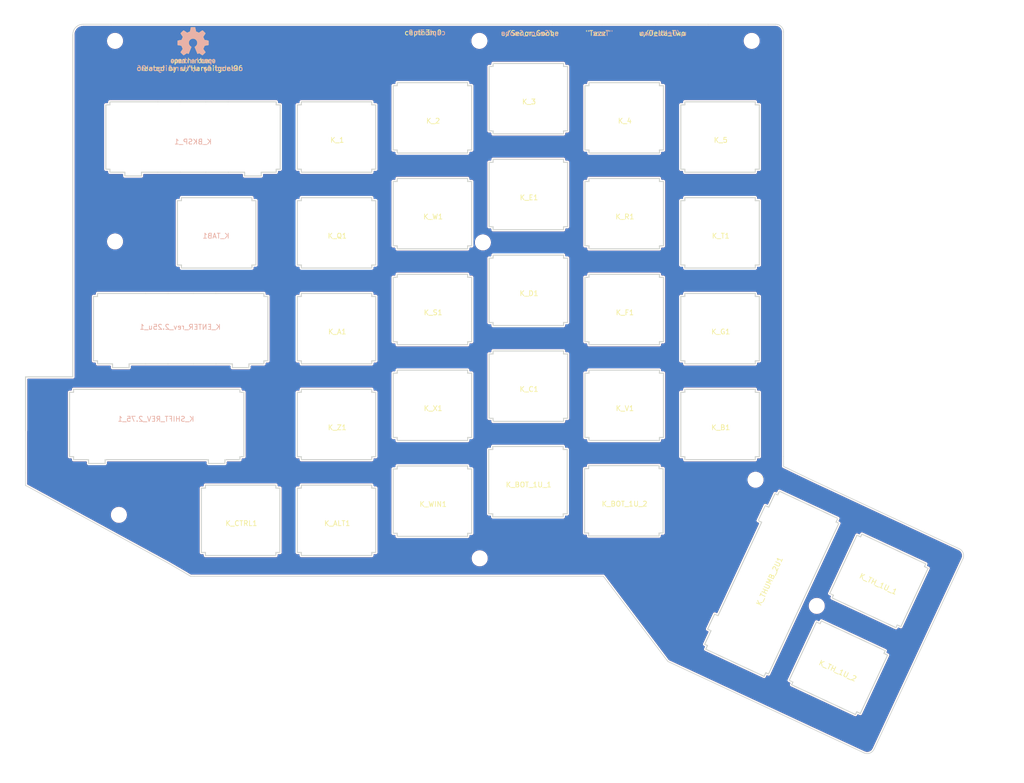
<source format=kicad_pcb>
(kicad_pcb (version 20171130) (host pcbnew "(5.1.5)-3")
  (layers (0 F.Cu signal) (31 B.Cu signal) (34 B.Paste user) (35 F.Paste user) (36 B.SilkS user) (37 F.SilkS user) (38 B.Mask user) (39 F.Mask user) (44 Edge.Cuts user))
  (net 0 "")
  (module logo_lib:OSHW-Logo2_9.8x8mm_SilkScreen (layer B.Cu) (at 55.626 21.59 180)
    (fp_text reference REF** hide)
    (fp_text value OSHW-Logo2_9.8x8mm_SilkScreen hide)
  )
  (module logo_lib:OSHW-Logo2_9.8x8mm_SilkScreen (layer F.Cu) (at 55.626 21.59)
    (fp_text reference REF** hide)
    (fp_text value OSHW-Logo2_9.8x8mm_SilkScreen hide)
  )
  (module MountingHole:MountingHole_2.7mm_M2.5 (layer F.Cu) (at 166.624 20.574)
    (fp_text reference H1 (at 0 0) (layer F.SilkS))
    (fp_text value MountingHole)
    (pad 1 np_thru_hole circle (at 0 0) (size 2.7 2.7) (drill 2.7) (layers *.Cu *.Mask))
  )
  (module MountingHole:MountingHole_2.7mm_M2.5 (layer F.Cu) (at 112.586 123.444)
    (fp_text reference H2 (at -0.064 -0.254) (layer F.SilkS))
    (fp_text value MountingHole)
    (pad 1 np_thru_hole circle (at 0 0) (size 2.7 2.7) (drill 2.7) (layers *.Cu *.Mask))
  )
  (module MountingHole:MountingHole_2.7mm_M2.5 (layer F.Cu) (at 40.894 114.808)
    (fp_text reference H3 (at 0 0) (layer F.SilkS))
    (fp_text value MountingHole)
    (pad 1 np_thru_hole circle (at 0 0) (size 2.7 2.7) (drill 2.7) (layers *.Cu *.Mask))
  )
  (module MountingHole:MountingHole_2.7mm_M2.5 (layer F.Cu) (at 113.22 60.6425)
    (fp_text reference H5 (at 0 0.0635) (layer F.SilkS))
    (fp_text value MountingHole)
    (pad 1 np_thru_hole circle (at 0 0) (size 2.7 2.7) (drill 2.7) (layers *.Cu *.Mask))
  )
  (module MountingHole:MountingHole_2.7mm_M2.5 (layer F.Cu) (at 179.553908 132.907212)
    (fp_text reference H8 (at 0 -0.065212) (layer F.SilkS))
    (fp_text value MountingHole)
    (pad 1 np_thru_hole circle (at 0 0) (size 2.7 2.7) (drill 2.7) (layers *.Cu *.Mask))
  )
  (module MountingHole:MountingHole_2.7mm_M2.5 (layer F.Cu) (at 112.522 20.574)
    (fp_text reference H9 (at 0 0) (layer F.SilkS))
    (fp_text value MountingHole)
    (pad 1 np_thru_hole circle (at 0 0) (size 2.7 2.7) (drill 2.7) (layers *.Cu *.Mask))
  )
  (module MountingHole:MountingHole_2.7mm_M2.5 (layer F.Cu) (at 40.132 60.452)
    (fp_text reference H10 (at 0 0) (layer F.SilkS))
    (fp_text value MountingHole)
    (pad 1 np_thru_hole circle (at 0 0) (size 2.7 2.7) (drill 2.7) (layers *.Cu *.Mask))
  )
  (module MountingHole:MountingHole_2.7mm_M2.5 (layer F.Cu) (at 40.132 20.574)
    (fp_text reference H11 (at 0 0) (layer F.SilkS))
    (fp_text value MountingHole)
    (pad 1 np_thru_hole circle (at 0 0) (size 2.7 2.7) (drill 2.7) (layers *.Cu *.Mask))
  )
  (module MountingHole:MountingHole_2.7mm_M2.5 (layer F.Cu) (at 167.386 107.823)
    (fp_text reference H12 (at 0 -0.127) (layer F.SilkS))
    (fp_text value MountingHole)
    (pad 1 np_thru_hole circle (at 0 0) (size 2.7 2.7) (drill 2.7) (layers *.Cu *.Mask))
  )
  (module usbc_footprint:1u_uni (layer F.Cu) (at 84.1375 39.6875)
    (fp_text reference K_1 (at 0.1374 0.612) (layer F.SilkS))
    (fp_text value KEYSW)
    (fp_line (start -7 -7) (end -7 -6.4) (layer Edge.Cuts) (width 0.2))
    (fp_line (start -7 -6.4) (end -7.8 -6.4) (layer Edge.Cuts) (width 0.2))
    (fp_line (start -7 6.4) (end -7 7) (layer Edge.Cuts) (width 0.2))
    (fp_line (start -7 7) (end 7 7) (layer Edge.Cuts) (width 0.2))
    (fp_line (start 7.8 6.4) (end 7.8 -6.4) (layer Edge.Cuts) (width 0.2))
    (fp_line (start 7.8 -6.4) (end 7 -6.4) (layer Edge.Cuts) (width 0.2))
    (fp_line (start -7.8 6.4) (end -7 6.4) (layer Edge.Cuts) (width 0.2))
    (fp_line (start -7.8 -6.4) (end -7.8 6.4) (layer Edge.Cuts) (width 0.2))
    (fp_line (start 7 6.4) (end 7.8 6.4) (layer Edge.Cuts) (width 0.2))
    (fp_line (start 7 -6.4) (end 7 -7) (layer Edge.Cuts) (width 0.2))
    (fp_line (start 7 -7) (end -7 -7) (layer Edge.Cuts) (width 0.2))
    (fp_line (start 7 7) (end 7 6.4) (layer Edge.Cuts) (width 0.2))
  )
  (module usbc_footprint:1u_uni (layer F.Cu) (at 103.188 35.8775)
    (fp_text reference K_2 (at 0.1374 0.612) (layer F.SilkS))
    (fp_text value KEYSW)
    (fp_line (start 7 7) (end 7 6.4) (layer Edge.Cuts) (width 0.2))
    (fp_line (start 7 -7) (end -7 -7) (layer Edge.Cuts) (width 0.2))
    (fp_line (start 7 -6.4) (end 7 -7) (layer Edge.Cuts) (width 0.2))
    (fp_line (start 7 6.4) (end 7.8 6.4) (layer Edge.Cuts) (width 0.2))
    (fp_line (start -7.8 -6.4) (end -7.8 6.4) (layer Edge.Cuts) (width 0.2))
    (fp_line (start -7.8 6.4) (end -7 6.4) (layer Edge.Cuts) (width 0.2))
    (fp_line (start 7.8 -6.4) (end 7 -6.4) (layer Edge.Cuts) (width 0.2))
    (fp_line (start 7.8 6.4) (end 7.8 -6.4) (layer Edge.Cuts) (width 0.2))
    (fp_line (start -7 7) (end 7 7) (layer Edge.Cuts) (width 0.2))
    (fp_line (start -7 6.4) (end -7 7) (layer Edge.Cuts) (width 0.2))
    (fp_line (start -7 -6.4) (end -7.8 -6.4) (layer Edge.Cuts) (width 0.2))
    (fp_line (start -7 -7) (end -7 -6.4) (layer Edge.Cuts) (width 0.2))
  )
  (module usbc_footprint:1u_uni (layer F.Cu) (at 122.238 32.0675)
    (fp_text reference K_3 (at 0.1374 0.612) (layer F.SilkS))
    (fp_text value KEYSW)
    (fp_line (start -7 -7) (end -7 -6.4) (layer Edge.Cuts) (width 0.2))
    (fp_line (start -7 -6.4) (end -7.8 -6.4) (layer Edge.Cuts) (width 0.2))
    (fp_line (start -7 6.4) (end -7 7) (layer Edge.Cuts) (width 0.2))
    (fp_line (start -7 7) (end 7 7) (layer Edge.Cuts) (width 0.2))
    (fp_line (start 7.8 6.4) (end 7.8 -6.4) (layer Edge.Cuts) (width 0.2))
    (fp_line (start 7.8 -6.4) (end 7 -6.4) (layer Edge.Cuts) (width 0.2))
    (fp_line (start -7.8 6.4) (end -7 6.4) (layer Edge.Cuts) (width 0.2))
    (fp_line (start -7.8 -6.4) (end -7.8 6.4) (layer Edge.Cuts) (width 0.2))
    (fp_line (start 7 6.4) (end 7.8 6.4) (layer Edge.Cuts) (width 0.2))
    (fp_line (start 7 -6.4) (end 7 -7) (layer Edge.Cuts) (width 0.2))
    (fp_line (start 7 -7) (end -7 -7) (layer Edge.Cuts) (width 0.2))
    (fp_line (start 7 7) (end 7 6.4) (layer Edge.Cuts) (width 0.2))
  )
  (module usbc_footprint:1u_uni (layer F.Cu) (at 141.288 35.8775)
    (fp_text reference K_4 (at 0.1374 0.612) (layer F.SilkS))
    (fp_text value KEYSW)
    (fp_line (start 7 7) (end 7 6.4) (layer Edge.Cuts) (width 0.2))
    (fp_line (start 7 -7) (end -7 -7) (layer Edge.Cuts) (width 0.2))
    (fp_line (start 7 -6.4) (end 7 -7) (layer Edge.Cuts) (width 0.2))
    (fp_line (start 7 6.4) (end 7.8 6.4) (layer Edge.Cuts) (width 0.2))
    (fp_line (start -7.8 -6.4) (end -7.8 6.4) (layer Edge.Cuts) (width 0.2))
    (fp_line (start -7.8 6.4) (end -7 6.4) (layer Edge.Cuts) (width 0.2))
    (fp_line (start 7.8 -6.4) (end 7 -6.4) (layer Edge.Cuts) (width 0.2))
    (fp_line (start 7.8 6.4) (end 7.8 -6.4) (layer Edge.Cuts) (width 0.2))
    (fp_line (start -7 7) (end 7 7) (layer Edge.Cuts) (width 0.2))
    (fp_line (start -7 6.4) (end -7 7) (layer Edge.Cuts) (width 0.2))
    (fp_line (start -7 -6.4) (end -7.8 -6.4) (layer Edge.Cuts) (width 0.2))
    (fp_line (start -7 -7) (end -7 -6.4) (layer Edge.Cuts) (width 0.2))
  )
  (module usbc_footprint:1u_uni (layer F.Cu) (at 160.338 39.6875)
    (fp_text reference K_5 (at 0.1374 0.612) (layer F.SilkS))
    (fp_text value KEYSW)
    (fp_line (start -7 -7) (end -7 -6.4) (layer Edge.Cuts) (width 0.2))
    (fp_line (start -7 -6.4) (end -7.8 -6.4) (layer Edge.Cuts) (width 0.2))
    (fp_line (start -7 6.4) (end -7 7) (layer Edge.Cuts) (width 0.2))
    (fp_line (start -7 7) (end 7 7) (layer Edge.Cuts) (width 0.2))
    (fp_line (start 7.8 6.4) (end 7.8 -6.4) (layer Edge.Cuts) (width 0.2))
    (fp_line (start 7.8 -6.4) (end 7 -6.4) (layer Edge.Cuts) (width 0.2))
    (fp_line (start -7.8 6.4) (end -7 6.4) (layer Edge.Cuts) (width 0.2))
    (fp_line (start -7.8 -6.4) (end -7.8 6.4) (layer Edge.Cuts) (width 0.2))
    (fp_line (start 7 6.4) (end 7.8 6.4) (layer Edge.Cuts) (width 0.2))
    (fp_line (start 7 -6.4) (end 7 -7) (layer Edge.Cuts) (width 0.2))
    (fp_line (start 7 -7) (end -7 -7) (layer Edge.Cuts) (width 0.2))
    (fp_line (start 7 7) (end 7 6.4) (layer Edge.Cuts) (width 0.2))
  )
  (module usbc_footprint:1u_uni (layer F.Cu) (at 84.1375 77.7875)
    (fp_text reference K_A1 (at 0.1374 0.612) (layer F.SilkS))
    (fp_text value KEYSW)
    (fp_line (start 7 7) (end 7 6.4) (layer Edge.Cuts) (width 0.2))
    (fp_line (start 7 -7) (end -7 -7) (layer Edge.Cuts) (width 0.2))
    (fp_line (start 7 -6.4) (end 7 -7) (layer Edge.Cuts) (width 0.2))
    (fp_line (start 7 6.4) (end 7.8 6.4) (layer Edge.Cuts) (width 0.2))
    (fp_line (start -7.8 -6.4) (end -7.8 6.4) (layer Edge.Cuts) (width 0.2))
    (fp_line (start -7.8 6.4) (end -7 6.4) (layer Edge.Cuts) (width 0.2))
    (fp_line (start 7.8 -6.4) (end 7 -6.4) (layer Edge.Cuts) (width 0.2))
    (fp_line (start 7.8 6.4) (end 7.8 -6.4) (layer Edge.Cuts) (width 0.2))
    (fp_line (start -7 7) (end 7 7) (layer Edge.Cuts) (width 0.2))
    (fp_line (start -7 6.4) (end -7 7) (layer Edge.Cuts) (width 0.2))
    (fp_line (start -7 -6.4) (end -7.8 -6.4) (layer Edge.Cuts) (width 0.2))
    (fp_line (start -7 -7) (end -7 -6.4) (layer Edge.Cuts) (width 0.2))
  )
  (module usbc_footprint:1u_uni (layer F.Cu) (at 84.1375 115.888)
    (fp_text reference K_ALT1 (at 0.1374 0.612) (layer F.SilkS))
    (fp_text value KEYSW)
    (fp_line (start 7 7) (end 7 6.4) (layer Edge.Cuts) (width 0.2))
    (fp_line (start 7 -7) (end -7 -7) (layer Edge.Cuts) (width 0.2))
    (fp_line (start 7 -6.4) (end 7 -7) (layer Edge.Cuts) (width 0.2))
    (fp_line (start 7 6.4) (end 7.8 6.4) (layer Edge.Cuts) (width 0.2))
    (fp_line (start -7.8 -6.4) (end -7.8 6.4) (layer Edge.Cuts) (width 0.2))
    (fp_line (start -7.8 6.4) (end -7 6.4) (layer Edge.Cuts) (width 0.2))
    (fp_line (start 7.8 -6.4) (end 7 -6.4) (layer Edge.Cuts) (width 0.2))
    (fp_line (start 7.8 6.4) (end 7.8 -6.4) (layer Edge.Cuts) (width 0.2))
    (fp_line (start -7 7) (end 7 7) (layer Edge.Cuts) (width 0.2))
    (fp_line (start -7 6.4) (end -7 7) (layer Edge.Cuts) (width 0.2))
    (fp_line (start -7 -6.4) (end -7.8 -6.4) (layer Edge.Cuts) (width 0.2))
    (fp_line (start -7 -7) (end -7 -6.4) (layer Edge.Cuts) (width 0.2))
  )
  (module usbc_footprint:1u_uni (layer F.Cu) (at 160.338 96.8375)
    (fp_text reference K_B1 (at 0.1374 0.612) (layer F.SilkS))
    (fp_text value KEYSW)
    (fp_line (start -7 -7) (end -7 -6.4) (layer Edge.Cuts) (width 0.2))
    (fp_line (start -7 -6.4) (end -7.8 -6.4) (layer Edge.Cuts) (width 0.2))
    (fp_line (start -7 6.4) (end -7 7) (layer Edge.Cuts) (width 0.2))
    (fp_line (start -7 7) (end 7 7) (layer Edge.Cuts) (width 0.2))
    (fp_line (start 7.8 6.4) (end 7.8 -6.4) (layer Edge.Cuts) (width 0.2))
    (fp_line (start 7.8 -6.4) (end 7 -6.4) (layer Edge.Cuts) (width 0.2))
    (fp_line (start -7.8 6.4) (end -7 6.4) (layer Edge.Cuts) (width 0.2))
    (fp_line (start -7.8 -6.4) (end -7.8 6.4) (layer Edge.Cuts) (width 0.2))
    (fp_line (start 7 6.4) (end 7.8 6.4) (layer Edge.Cuts) (width 0.2))
    (fp_line (start 7 -6.4) (end 7 -7) (layer Edge.Cuts) (width 0.2))
    (fp_line (start 7 -7) (end -7 -7) (layer Edge.Cuts) (width 0.2))
    (fp_line (start 7 7) (end 7 6.4) (layer Edge.Cuts) (width 0.2))
  )
  (module usbc_footprint:mixed_2u_uni_centered (layer B.Cu) (at 55.626 39.6875 180)
    (fp_text reference K_BKSP_1 (at 0 -0.9525) (layer B.SilkS) (effects (justify mirror)))
    (fp_text value KEYSW)
    (fp_line (start 16.524425 -6.999754) (end 16.524425 -6.399271) (layer Edge.Cuts) (width 0.2))
    (fp_line (start 6.999425 -6.999754) (end 10.249358 -6.999754) (layer Edge.Cuts) (width 0.2))
    (fp_line (start -16.525753 7.000427) (end -16.525753 6.400463) (layer Edge.Cuts) (width 0.2))
    (fp_line (start 16.524425 7.000427) (end 6.999425 7.000427) (layer Edge.Cuts) (width 0.2))
    (fp_line (start -10.250683 -7.749578) (end -10.250683 -6.999754) (layer Edge.Cuts) (width 0.2))
    (fp_line (start -16.525753 -6.999754) (end -13.550741 -6.999754) (layer Edge.Cuts) (width 0.2))
    (fp_line (start -2.525575 -6.999754) (end 2.524247 -6.999754) (layer Edge.Cuts) (width 0.2))
    (fp_line (start 2.524247 -6.999754) (end 6.999425 -6.999754) (layer Edge.Cuts) (width 0.2))
    (fp_line (start -13.550741 -6.999754) (end -13.550741 -7.749578) (layer Edge.Cuts) (width 0.2))
    (fp_line (start 13.549413 -6.999754) (end 16.524425 -6.999754) (layer Edge.Cuts) (width 0.2))
    (fp_line (start -13.550741 -7.749578) (end -10.250683 -7.749578) (layer Edge.Cuts) (width 0.2))
    (fp_line (start 2.524247 7.000427) (end -2.525575 7.000427) (layer Edge.Cuts) (width 0.2))
    (fp_line (start 17.324377 6.400463) (end 16.524425 6.400463) (layer Edge.Cuts) (width 0.2))
    (fp_line (start 13.549413 -7.749578) (end 13.549413 -6.999754) (layer Edge.Cuts) (width 0.2))
    (fp_line (start 16.524425 6.400463) (end 16.524425 7.000427) (layer Edge.Cuts) (width 0.2))
    (fp_line (start 6.999425 7.000427) (end 2.524247 7.000427) (layer Edge.Cuts) (width 0.2))
    (fp_line (start -7.000753 7.000427) (end -16.525753 7.000427) (layer Edge.Cuts) (width 0.2))
    (fp_line (start 16.524425 -6.399271) (end 17.324377 -6.399271) (layer Edge.Cuts) (width 0.2))
    (fp_line (start -10.250683 -6.999754) (end -7.000753 -6.999754) (layer Edge.Cuts) (width 0.2))
    (fp_line (start -16.525753 6.400463) (end -17.325705 6.400463) (layer Edge.Cuts) (width 0.2))
    (fp_line (start -17.325705 6.400463) (end -17.325705 -6.399271) (layer Edge.Cuts) (width 0.2))
    (fp_line (start -17.325705 -6.399271) (end -16.525753 -6.399271) (layer Edge.Cuts) (width 0.2))
    (fp_line (start -7.000753 -6.999754) (end -2.525575 -6.999754) (layer Edge.Cuts) (width 0.2))
    (fp_line (start 17.324377 -6.399271) (end 17.324377 6.400463) (layer Edge.Cuts) (width 0.2))
    (fp_line (start -16.525753 -6.399271) (end -16.525753 -6.999754) (layer Edge.Cuts) (width 0.2))
    (fp_line (start 10.249358 -6.999754) (end 10.249358 -7.749578) (layer Edge.Cuts) (width 0.2))
    (fp_line (start 10.249358 -7.749578) (end 13.549413 -7.749578) (layer Edge.Cuts) (width 0.2))
    (fp_line (start -2.525575 7.000427) (end -7.000753 7.000427) (layer Edge.Cuts) (width 0.2))
  )
  (module usbc_footprint:1u_uni (layer F.Cu) (at 122.174 108.204)
    (fp_text reference K_BOT_1U_1 (at 0.1374 0.612) (layer F.SilkS))
    (fp_text value KEYSW)
    (fp_line (start 7 7) (end 7 6.4) (layer Edge.Cuts) (width 0.2))
    (fp_line (start 7 -7) (end -7 -7) (layer Edge.Cuts) (width 0.2))
    (fp_line (start 7 -6.4) (end 7 -7) (layer Edge.Cuts) (width 0.2))
    (fp_line (start 7 6.4) (end 7.8 6.4) (layer Edge.Cuts) (width 0.2))
    (fp_line (start -7.8 -6.4) (end -7.8 6.4) (layer Edge.Cuts) (width 0.2))
    (fp_line (start -7.8 6.4) (end -7 6.4) (layer Edge.Cuts) (width 0.2))
    (fp_line (start 7.8 -6.4) (end 7 -6.4) (layer Edge.Cuts) (width 0.2))
    (fp_line (start 7.8 6.4) (end 7.8 -6.4) (layer Edge.Cuts) (width 0.2))
    (fp_line (start -7 7) (end 7 7) (layer Edge.Cuts) (width 0.2))
    (fp_line (start -7 6.4) (end -7 7) (layer Edge.Cuts) (width 0.2))
    (fp_line (start -7 -6.4) (end -7.8 -6.4) (layer Edge.Cuts) (width 0.2))
    (fp_line (start -7 -7) (end -7 -6.4) (layer Edge.Cuts) (width 0.2))
  )
  (module usbc_footprint:1u_uni (layer F.Cu) (at 141.224 112.014)
    (fp_text reference K_BOT_1U_2 (at 0.1374 0.612) (layer F.SilkS))
    (fp_text value KEYSW)
    (fp_line (start -7 -7) (end -7 -6.4) (layer Edge.Cuts) (width 0.2))
    (fp_line (start -7 -6.4) (end -7.8 -6.4) (layer Edge.Cuts) (width 0.2))
    (fp_line (start -7 6.4) (end -7 7) (layer Edge.Cuts) (width 0.2))
    (fp_line (start -7 7) (end 7 7) (layer Edge.Cuts) (width 0.2))
    (fp_line (start 7.8 6.4) (end 7.8 -6.4) (layer Edge.Cuts) (width 0.2))
    (fp_line (start 7.8 -6.4) (end 7 -6.4) (layer Edge.Cuts) (width 0.2))
    (fp_line (start -7.8 6.4) (end -7 6.4) (layer Edge.Cuts) (width 0.2))
    (fp_line (start -7.8 -6.4) (end -7.8 6.4) (layer Edge.Cuts) (width 0.2))
    (fp_line (start 7 6.4) (end 7.8 6.4) (layer Edge.Cuts) (width 0.2))
    (fp_line (start 7 -6.4) (end 7 -7) (layer Edge.Cuts) (width 0.2))
    (fp_line (start 7 -7) (end -7 -7) (layer Edge.Cuts) (width 0.2))
    (fp_line (start 7 7) (end 7 6.4) (layer Edge.Cuts) (width 0.2))
  )
  (module usbc_footprint:1u_uni (layer F.Cu) (at 122.238 89.2175)
    (fp_text reference K_C1 (at 0.1374 0.612) (layer F.SilkS))
    (fp_text value KEYSW)
    (fp_line (start -7 -7) (end -7 -6.4) (layer Edge.Cuts) (width 0.2))
    (fp_line (start -7 -6.4) (end -7.8 -6.4) (layer Edge.Cuts) (width 0.2))
    (fp_line (start -7 6.4) (end -7 7) (layer Edge.Cuts) (width 0.2))
    (fp_line (start -7 7) (end 7 7) (layer Edge.Cuts) (width 0.2))
    (fp_line (start 7.8 6.4) (end 7.8 -6.4) (layer Edge.Cuts) (width 0.2))
    (fp_line (start 7.8 -6.4) (end 7 -6.4) (layer Edge.Cuts) (width 0.2))
    (fp_line (start -7.8 6.4) (end -7 6.4) (layer Edge.Cuts) (width 0.2))
    (fp_line (start -7.8 -6.4) (end -7.8 6.4) (layer Edge.Cuts) (width 0.2))
    (fp_line (start 7 6.4) (end 7.8 6.4) (layer Edge.Cuts) (width 0.2))
    (fp_line (start 7 -6.4) (end 7 -7) (layer Edge.Cuts) (width 0.2))
    (fp_line (start 7 -7) (end -7 -7) (layer Edge.Cuts) (width 0.2))
    (fp_line (start 7 7) (end 7 6.4) (layer Edge.Cuts) (width 0.2))
  )
  (module usbc_footprint:1u_uni (layer F.Cu) (at 65.0875 115.888)
    (fp_text reference K_CTRL1 (at 0.1374 0.612) (layer F.SilkS))
    (fp_text value KEYSW)
    (fp_line (start 7 7) (end 7 6.4) (layer Edge.Cuts) (width 0.2))
    (fp_line (start 7 -7) (end -7 -7) (layer Edge.Cuts) (width 0.2))
    (fp_line (start 7 -6.4) (end 7 -7) (layer Edge.Cuts) (width 0.2))
    (fp_line (start 7 6.4) (end 7.8 6.4) (layer Edge.Cuts) (width 0.2))
    (fp_line (start -7.8 -6.4) (end -7.8 6.4) (layer Edge.Cuts) (width 0.2))
    (fp_line (start -7.8 6.4) (end -7 6.4) (layer Edge.Cuts) (width 0.2))
    (fp_line (start 7.8 -6.4) (end 7 -6.4) (layer Edge.Cuts) (width 0.2))
    (fp_line (start 7.8 6.4) (end 7.8 -6.4) (layer Edge.Cuts) (width 0.2))
    (fp_line (start -7 7) (end 7 7) (layer Edge.Cuts) (width 0.2))
    (fp_line (start -7 6.4) (end -7 7) (layer Edge.Cuts) (width 0.2))
    (fp_line (start -7 -6.4) (end -7.8 -6.4) (layer Edge.Cuts) (width 0.2))
    (fp_line (start -7 -7) (end -7 -6.4) (layer Edge.Cuts) (width 0.2))
  )
  (module usbc_footprint:1u_uni (layer F.Cu) (at 122.238 70.1675)
    (fp_text reference K_D1 (at 0.1374 0.612) (layer F.SilkS))
    (fp_text value KEYSW)
    (fp_line (start 7 7) (end 7 6.4) (layer Edge.Cuts) (width 0.2))
    (fp_line (start 7 -7) (end -7 -7) (layer Edge.Cuts) (width 0.2))
    (fp_line (start 7 -6.4) (end 7 -7) (layer Edge.Cuts) (width 0.2))
    (fp_line (start 7 6.4) (end 7.8 6.4) (layer Edge.Cuts) (width 0.2))
    (fp_line (start -7.8 -6.4) (end -7.8 6.4) (layer Edge.Cuts) (width 0.2))
    (fp_line (start -7.8 6.4) (end -7 6.4) (layer Edge.Cuts) (width 0.2))
    (fp_line (start 7.8 -6.4) (end 7 -6.4) (layer Edge.Cuts) (width 0.2))
    (fp_line (start 7.8 6.4) (end 7.8 -6.4) (layer Edge.Cuts) (width 0.2))
    (fp_line (start -7 7) (end 7 7) (layer Edge.Cuts) (width 0.2))
    (fp_line (start -7 6.4) (end -7 7) (layer Edge.Cuts) (width 0.2))
    (fp_line (start -7 -6.4) (end -7.8 -6.4) (layer Edge.Cuts) (width 0.2))
    (fp_line (start -7 -7) (end -7 -6.4) (layer Edge.Cuts) (width 0.2))
  )
  (module usbc_footprint:1u_uni (layer F.Cu) (at 122.238 51.1175)
    (fp_text reference K_E1 (at 0.1374 0.612) (layer F.SilkS))
    (fp_text value KEYSW)
    (fp_line (start 7 7) (end 7 6.4) (layer Edge.Cuts) (width 0.2))
    (fp_line (start 7 -7) (end -7 -7) (layer Edge.Cuts) (width 0.2))
    (fp_line (start 7 -6.4) (end 7 -7) (layer Edge.Cuts) (width 0.2))
    (fp_line (start 7 6.4) (end 7.8 6.4) (layer Edge.Cuts) (width 0.2))
    (fp_line (start -7.8 -6.4) (end -7.8 6.4) (layer Edge.Cuts) (width 0.2))
    (fp_line (start -7.8 6.4) (end -7 6.4) (layer Edge.Cuts) (width 0.2))
    (fp_line (start 7.8 -6.4) (end 7 -6.4) (layer Edge.Cuts) (width 0.2))
    (fp_line (start 7.8 6.4) (end 7.8 -6.4) (layer Edge.Cuts) (width 0.2))
    (fp_line (start -7 7) (end 7 7) (layer Edge.Cuts) (width 0.2))
    (fp_line (start -7 6.4) (end -7 7) (layer Edge.Cuts) (width 0.2))
    (fp_line (start -7 -6.4) (end -7.8 -6.4) (layer Edge.Cuts) (width 0.2))
    (fp_line (start -7 -7) (end -7 -6.4) (layer Edge.Cuts) (width 0.2))
  )
  (module usbc_footprint:mixed_2u_uni_centered (layer B.Cu) (at 53.1812 77.7875 180)
    (fp_text reference K_ENTER_rev_2.25u_1 (at 0.116025 0.3175) (layer B.SilkS) (effects (justify mirror)))
    (fp_text value KEYSW)
    (fp_line (start 16.524425 -6.999754) (end 16.524425 -6.399271) (layer Edge.Cuts) (width 0.2))
    (fp_line (start 6.999425 -6.999754) (end 10.249358 -6.999754) (layer Edge.Cuts) (width 0.2))
    (fp_line (start -16.525753 7.000427) (end -16.525753 6.400463) (layer Edge.Cuts) (width 0.2))
    (fp_line (start 16.524425 7.000427) (end 6.999425 7.000427) (layer Edge.Cuts) (width 0.2))
    (fp_line (start -10.250683 -7.749578) (end -10.250683 -6.999754) (layer Edge.Cuts) (width 0.2))
    (fp_line (start -16.525753 -6.999754) (end -13.550741 -6.999754) (layer Edge.Cuts) (width 0.2))
    (fp_line (start -2.525575 -6.999754) (end 2.524247 -6.999754) (layer Edge.Cuts) (width 0.2))
    (fp_line (start 2.524247 -6.999754) (end 6.999425 -6.999754) (layer Edge.Cuts) (width 0.2))
    (fp_line (start -13.550741 -6.999754) (end -13.550741 -7.749578) (layer Edge.Cuts) (width 0.2))
    (fp_line (start 13.549413 -6.999754) (end 16.524425 -6.999754) (layer Edge.Cuts) (width 0.2))
    (fp_line (start -13.550741 -7.749578) (end -10.250683 -7.749578) (layer Edge.Cuts) (width 0.2))
    (fp_line (start 2.524247 7.000427) (end -2.525575 7.000427) (layer Edge.Cuts) (width 0.2))
    (fp_line (start 17.324377 6.400463) (end 16.524425 6.400463) (layer Edge.Cuts) (width 0.2))
    (fp_line (start 13.549413 -7.749578) (end 13.549413 -6.999754) (layer Edge.Cuts) (width 0.2))
    (fp_line (start 16.524425 6.400463) (end 16.524425 7.000427) (layer Edge.Cuts) (width 0.2))
    (fp_line (start 6.999425 7.000427) (end 2.524247 7.000427) (layer Edge.Cuts) (width 0.2))
    (fp_line (start -7.000753 7.000427) (end -16.525753 7.000427) (layer Edge.Cuts) (width 0.2))
    (fp_line (start 16.524425 -6.399271) (end 17.324377 -6.399271) (layer Edge.Cuts) (width 0.2))
    (fp_line (start -10.250683 -6.999754) (end -7.000753 -6.999754) (layer Edge.Cuts) (width 0.2))
    (fp_line (start -16.525753 6.400463) (end -17.325705 6.400463) (layer Edge.Cuts) (width 0.2))
    (fp_line (start -17.325705 6.400463) (end -17.325705 -6.399271) (layer Edge.Cuts) (width 0.2))
    (fp_line (start -17.325705 -6.399271) (end -16.525753 -6.399271) (layer Edge.Cuts) (width 0.2))
    (fp_line (start -7.000753 -6.999754) (end -2.525575 -6.999754) (layer Edge.Cuts) (width 0.2))
    (fp_line (start 17.324377 -6.399271) (end 17.324377 6.400463) (layer Edge.Cuts) (width 0.2))
    (fp_line (start -16.525753 -6.399271) (end -16.525753 -6.999754) (layer Edge.Cuts) (width 0.2))
    (fp_line (start 10.249358 -6.999754) (end 10.249358 -7.749578) (layer Edge.Cuts) (width 0.2))
    (fp_line (start 10.249358 -7.749578) (end 13.549413 -7.749578) (layer Edge.Cuts) (width 0.2))
    (fp_line (start -2.525575 7.000427) (end -7.000753 7.000427) (layer Edge.Cuts) (width 0.2))
  )
  (module usbc_footprint:1u_uni (layer F.Cu) (at 141.288 73.9775)
    (fp_text reference K_F1 (at 0.1374 0.612) (layer F.SilkS))
    (fp_text value KEYSW)
    (fp_line (start -7 -7) (end -7 -6.4) (layer Edge.Cuts) (width 0.2))
    (fp_line (start -7 -6.4) (end -7.8 -6.4) (layer Edge.Cuts) (width 0.2))
    (fp_line (start -7 6.4) (end -7 7) (layer Edge.Cuts) (width 0.2))
    (fp_line (start -7 7) (end 7 7) (layer Edge.Cuts) (width 0.2))
    (fp_line (start 7.8 6.4) (end 7.8 -6.4) (layer Edge.Cuts) (width 0.2))
    (fp_line (start 7.8 -6.4) (end 7 -6.4) (layer Edge.Cuts) (width 0.2))
    (fp_line (start -7.8 6.4) (end -7 6.4) (layer Edge.Cuts) (width 0.2))
    (fp_line (start -7.8 -6.4) (end -7.8 6.4) (layer Edge.Cuts) (width 0.2))
    (fp_line (start 7 6.4) (end 7.8 6.4) (layer Edge.Cuts) (width 0.2))
    (fp_line (start 7 -6.4) (end 7 -7) (layer Edge.Cuts) (width 0.2))
    (fp_line (start 7 -7) (end -7 -7) (layer Edge.Cuts) (width 0.2))
    (fp_line (start 7 7) (end 7 6.4) (layer Edge.Cuts) (width 0.2))
  )
  (module usbc_footprint:1u_uni (layer F.Cu) (at 160.338 77.7875)
    (fp_text reference K_G1 (at 0.1374 0.612) (layer F.SilkS))
    (fp_text value KEYSW)
    (fp_line (start 7 7) (end 7 6.4) (layer Edge.Cuts) (width 0.2))
    (fp_line (start 7 -7) (end -7 -7) (layer Edge.Cuts) (width 0.2))
    (fp_line (start 7 -6.4) (end 7 -7) (layer Edge.Cuts) (width 0.2))
    (fp_line (start 7 6.4) (end 7.8 6.4) (layer Edge.Cuts) (width 0.2))
    (fp_line (start -7.8 -6.4) (end -7.8 6.4) (layer Edge.Cuts) (width 0.2))
    (fp_line (start -7.8 6.4) (end -7 6.4) (layer Edge.Cuts) (width 0.2))
    (fp_line (start 7.8 -6.4) (end 7 -6.4) (layer Edge.Cuts) (width 0.2))
    (fp_line (start 7.8 6.4) (end 7.8 -6.4) (layer Edge.Cuts) (width 0.2))
    (fp_line (start -7 7) (end 7 7) (layer Edge.Cuts) (width 0.2))
    (fp_line (start -7 6.4) (end -7 7) (layer Edge.Cuts) (width 0.2))
    (fp_line (start -7 -6.4) (end -7.8 -6.4) (layer Edge.Cuts) (width 0.2))
    (fp_line (start -7 -7) (end -7 -6.4) (layer Edge.Cuts) (width 0.2))
  )
  (module usbc_footprint:1u_uni (layer F.Cu) (at 84.1375 58.7375)
    (fp_text reference K_Q1 (at 0.1374 0.612) (layer F.SilkS))
    (fp_text value KEYSW)
    (fp_line (start 7 7) (end 7 6.4) (layer Edge.Cuts) (width 0.2))
    (fp_line (start 7 -7) (end -7 -7) (layer Edge.Cuts) (width 0.2))
    (fp_line (start 7 -6.4) (end 7 -7) (layer Edge.Cuts) (width 0.2))
    (fp_line (start 7 6.4) (end 7.8 6.4) (layer Edge.Cuts) (width 0.2))
    (fp_line (start -7.8 -6.4) (end -7.8 6.4) (layer Edge.Cuts) (width 0.2))
    (fp_line (start -7.8 6.4) (end -7 6.4) (layer Edge.Cuts) (width 0.2))
    (fp_line (start 7.8 -6.4) (end 7 -6.4) (layer Edge.Cuts) (width 0.2))
    (fp_line (start 7.8 6.4) (end 7.8 -6.4) (layer Edge.Cuts) (width 0.2))
    (fp_line (start -7 7) (end 7 7) (layer Edge.Cuts) (width 0.2))
    (fp_line (start -7 6.4) (end -7 7) (layer Edge.Cuts) (width 0.2))
    (fp_line (start -7 -6.4) (end -7.8 -6.4) (layer Edge.Cuts) (width 0.2))
    (fp_line (start -7 -7) (end -7 -6.4) (layer Edge.Cuts) (width 0.2))
  )
  (module usbc_footprint:1u_uni (layer F.Cu) (at 141.288 54.9275)
    (fp_text reference K_R1 (at 0.1374 0.612) (layer F.SilkS))
    (fp_text value KEYSW)
    (fp_line (start -7 -7) (end -7 -6.4) (layer Edge.Cuts) (width 0.2))
    (fp_line (start -7 -6.4) (end -7.8 -6.4) (layer Edge.Cuts) (width 0.2))
    (fp_line (start -7 6.4) (end -7 7) (layer Edge.Cuts) (width 0.2))
    (fp_line (start -7 7) (end 7 7) (layer Edge.Cuts) (width 0.2))
    (fp_line (start 7.8 6.4) (end 7.8 -6.4) (layer Edge.Cuts) (width 0.2))
    (fp_line (start 7.8 -6.4) (end 7 -6.4) (layer Edge.Cuts) (width 0.2))
    (fp_line (start -7.8 6.4) (end -7 6.4) (layer Edge.Cuts) (width 0.2))
    (fp_line (start -7.8 -6.4) (end -7.8 6.4) (layer Edge.Cuts) (width 0.2))
    (fp_line (start 7 6.4) (end 7.8 6.4) (layer Edge.Cuts) (width 0.2))
    (fp_line (start 7 -6.4) (end 7 -7) (layer Edge.Cuts) (width 0.2))
    (fp_line (start 7 -7) (end -7 -7) (layer Edge.Cuts) (width 0.2))
    (fp_line (start 7 7) (end 7 6.4) (layer Edge.Cuts) (width 0.2))
  )
  (module usbc_footprint:1u_uni (layer F.Cu) (at 103.188 73.9775)
    (fp_text reference K_S1 (at 0.1374 0.612) (layer F.SilkS))
    (fp_text value KEYSW)
    (fp_line (start -7 -7) (end -7 -6.4) (layer Edge.Cuts) (width 0.2))
    (fp_line (start -7 -6.4) (end -7.8 -6.4) (layer Edge.Cuts) (width 0.2))
    (fp_line (start -7 6.4) (end -7 7) (layer Edge.Cuts) (width 0.2))
    (fp_line (start -7 7) (end 7 7) (layer Edge.Cuts) (width 0.2))
    (fp_line (start 7.8 6.4) (end 7.8 -6.4) (layer Edge.Cuts) (width 0.2))
    (fp_line (start 7.8 -6.4) (end 7 -6.4) (layer Edge.Cuts) (width 0.2))
    (fp_line (start -7.8 6.4) (end -7 6.4) (layer Edge.Cuts) (width 0.2))
    (fp_line (start -7.8 -6.4) (end -7.8 6.4) (layer Edge.Cuts) (width 0.2))
    (fp_line (start 7 6.4) (end 7.8 6.4) (layer Edge.Cuts) (width 0.2))
    (fp_line (start 7 -6.4) (end 7 -7) (layer Edge.Cuts) (width 0.2))
    (fp_line (start 7 -7) (end -7 -7) (layer Edge.Cuts) (width 0.2))
    (fp_line (start 7 7) (end 7 6.4) (layer Edge.Cuts) (width 0.2))
  )
  (module usbc_footprint:mixed_2u_uni_centered (layer B.Cu) (at 48.4188 96.8375 180)
    (fp_text reference K_SHIFT_REV_2.75_1 (at 0.1588 1.0795) (layer B.SilkS) (effects (justify mirror)))
    (fp_text value KEYSW)
    (fp_line (start -2.525575 7.000427) (end -7.000753 7.000427) (layer Edge.Cuts) (width 0.2))
    (fp_line (start 10.249358 -7.749578) (end 13.549413 -7.749578) (layer Edge.Cuts) (width 0.2))
    (fp_line (start 10.249358 -6.999754) (end 10.249358 -7.749578) (layer Edge.Cuts) (width 0.2))
    (fp_line (start -16.525753 -6.399271) (end -16.525753 -6.999754) (layer Edge.Cuts) (width 0.2))
    (fp_line (start 17.324377 -6.399271) (end 17.324377 6.400463) (layer Edge.Cuts) (width 0.2))
    (fp_line (start -7.000753 -6.999754) (end -2.525575 -6.999754) (layer Edge.Cuts) (width 0.2))
    (fp_line (start -17.325705 -6.399271) (end -16.525753 -6.399271) (layer Edge.Cuts) (width 0.2))
    (fp_line (start -17.325705 6.400463) (end -17.325705 -6.399271) (layer Edge.Cuts) (width 0.2))
    (fp_line (start -16.525753 6.400463) (end -17.325705 6.400463) (layer Edge.Cuts) (width 0.2))
    (fp_line (start -10.250683 -6.999754) (end -7.000753 -6.999754) (layer Edge.Cuts) (width 0.2))
    (fp_line (start 16.524425 -6.399271) (end 17.324377 -6.399271) (layer Edge.Cuts) (width 0.2))
    (fp_line (start -7.000753 7.000427) (end -16.525753 7.000427) (layer Edge.Cuts) (width 0.2))
    (fp_line (start 6.999425 7.000427) (end 2.524247 7.000427) (layer Edge.Cuts) (width 0.2))
    (fp_line (start 16.524425 6.400463) (end 16.524425 7.000427) (layer Edge.Cuts) (width 0.2))
    (fp_line (start 13.549413 -7.749578) (end 13.549413 -6.999754) (layer Edge.Cuts) (width 0.2))
    (fp_line (start 17.324377 6.400463) (end 16.524425 6.400463) (layer Edge.Cuts) (width 0.2))
    (fp_line (start 2.524247 7.000427) (end -2.525575 7.000427) (layer Edge.Cuts) (width 0.2))
    (fp_line (start -13.550741 -7.749578) (end -10.250683 -7.749578) (layer Edge.Cuts) (width 0.2))
    (fp_line (start 13.549413 -6.999754) (end 16.524425 -6.999754) (layer Edge.Cuts) (width 0.2))
    (fp_line (start -13.550741 -6.999754) (end -13.550741 -7.749578) (layer Edge.Cuts) (width 0.2))
    (fp_line (start 2.524247 -6.999754) (end 6.999425 -6.999754) (layer Edge.Cuts) (width 0.2))
    (fp_line (start -2.525575 -6.999754) (end 2.524247 -6.999754) (layer Edge.Cuts) (width 0.2))
    (fp_line (start -16.525753 -6.999754) (end -13.550741 -6.999754) (layer Edge.Cuts) (width 0.2))
    (fp_line (start -10.250683 -7.749578) (end -10.250683 -6.999754) (layer Edge.Cuts) (width 0.2))
    (fp_line (start 16.524425 7.000427) (end 6.999425 7.000427) (layer Edge.Cuts) (width 0.2))
    (fp_line (start -16.525753 7.000427) (end -16.525753 6.400463) (layer Edge.Cuts) (width 0.2))
    (fp_line (start 6.999425 -6.999754) (end 10.249358 -6.999754) (layer Edge.Cuts) (width 0.2))
    (fp_line (start 16.524425 -6.999754) (end 16.524425 -6.399271) (layer Edge.Cuts) (width 0.2))
  )
  (module usbc_footprint:1u_uni (layer F.Cu) (at 160.338 58.7375)
    (fp_text reference K_T1 (at 0.1374 0.612) (layer F.SilkS))
    (fp_text value KEYSW)
    (fp_line (start -7 -7) (end -7 -6.4) (layer Edge.Cuts) (width 0.2))
    (fp_line (start -7 -6.4) (end -7.8 -6.4) (layer Edge.Cuts) (width 0.2))
    (fp_line (start -7 6.4) (end -7 7) (layer Edge.Cuts) (width 0.2))
    (fp_line (start -7 7) (end 7 7) (layer Edge.Cuts) (width 0.2))
    (fp_line (start 7.8 6.4) (end 7.8 -6.4) (layer Edge.Cuts) (width 0.2))
    (fp_line (start 7.8 -6.4) (end 7 -6.4) (layer Edge.Cuts) (width 0.2))
    (fp_line (start -7.8 6.4) (end -7 6.4) (layer Edge.Cuts) (width 0.2))
    (fp_line (start -7.8 -6.4) (end -7.8 6.4) (layer Edge.Cuts) (width 0.2))
    (fp_line (start 7 6.4) (end 7.8 6.4) (layer Edge.Cuts) (width 0.2))
    (fp_line (start 7 -6.4) (end 7 -7) (layer Edge.Cuts) (width 0.2))
    (fp_line (start 7 -7) (end -7 -7) (layer Edge.Cuts) (width 0.2))
    (fp_line (start 7 7) (end 7 6.4) (layer Edge.Cuts) (width 0.2))
  )
  (module usbc_footprint:1u_uni (layer B.Cu) (at 60.325 58.7375 180)
    (fp_text reference K_TAB1 (at 0.1374 -0.612) (layer B.SilkS) (effects (justify mirror)))
    (fp_text value KEYSW)
    (fp_line (start -7 7) (end -7 6.4) (layer Edge.Cuts) (width 0.2))
    (fp_line (start -7 6.4) (end -7.8 6.4) (layer Edge.Cuts) (width 0.2))
    (fp_line (start -7 -6.4) (end -7 -7) (layer Edge.Cuts) (width 0.2))
    (fp_line (start -7 -7) (end 7 -7) (layer Edge.Cuts) (width 0.2))
    (fp_line (start 7.8 -6.4) (end 7.8 6.4) (layer Edge.Cuts) (width 0.2))
    (fp_line (start 7.8 6.4) (end 7 6.4) (layer Edge.Cuts) (width 0.2))
    (fp_line (start -7.8 -6.4) (end -7 -6.4) (layer Edge.Cuts) (width 0.2))
    (fp_line (start -7.8 6.4) (end -7.8 -6.4) (layer Edge.Cuts) (width 0.2))
    (fp_line (start 7 -6.4) (end 7.8 -6.4) (layer Edge.Cuts) (width 0.2))
    (fp_line (start 7 6.4) (end 7 7) (layer Edge.Cuts) (width 0.2))
    (fp_line (start 7 7) (end -7 7) (layer Edge.Cuts) (width 0.2))
    (fp_line (start 7 -7) (end 7 -6.4) (layer Edge.Cuts) (width 0.2))
  )
  (module usbc_footprint:1u_uni (layer F.Cu) (at 191.901908 127.935212 335)
    (fp_text reference K_TH_1U_1 (at 0.1374 0.612 155) (layer F.SilkS))
    (fp_text value KEYSW)
    (fp_line (start 7 7) (end 7 6.4) (layer Edge.Cuts) (width 0.2))
    (fp_line (start 7 -7) (end -7 -7) (layer Edge.Cuts) (width 0.2))
    (fp_line (start 7 -6.4) (end 7 -7) (layer Edge.Cuts) (width 0.2))
    (fp_line (start 7 6.4) (end 7.8 6.4) (layer Edge.Cuts) (width 0.2))
    (fp_line (start -7.8 -6.4) (end -7.8 6.4) (layer Edge.Cuts) (width 0.2))
    (fp_line (start -7.8 6.4) (end -7 6.4) (layer Edge.Cuts) (width 0.2))
    (fp_line (start 7.8 -6.4) (end 7 -6.4) (layer Edge.Cuts) (width 0.2))
    (fp_line (start 7.8 6.4) (end 7.8 -6.4) (layer Edge.Cuts) (width 0.2))
    (fp_line (start -7 7) (end 7 7) (layer Edge.Cuts) (width 0.2))
    (fp_line (start -7 6.4) (end -7 7) (layer Edge.Cuts) (width 0.2))
    (fp_line (start -7 -6.4) (end -7.8 -6.4) (layer Edge.Cuts) (width 0.2))
    (fp_line (start -7 -7) (end -7 -6.4) (layer Edge.Cuts) (width 0.2))
  )
  (module usbc_footprint:1u_uni (layer F.Cu) (at 183.851908 145.200212 335)
    (fp_text reference K_TH_1U_2 (at 0.1374 0.612 155) (layer F.SilkS))
    (fp_text value KEYSW)
    (fp_line (start -7 -7) (end -7 -6.4) (layer Edge.Cuts) (width 0.2))
    (fp_line (start -7 -6.4) (end -7.8 -6.4) (layer Edge.Cuts) (width 0.2))
    (fp_line (start -7 6.4) (end -7 7) (layer Edge.Cuts) (width 0.2))
    (fp_line (start -7 7) (end 7 7) (layer Edge.Cuts) (width 0.2))
    (fp_line (start 7.8 6.4) (end 7.8 -6.4) (layer Edge.Cuts) (width 0.2))
    (fp_line (start 7.8 -6.4) (end 7 -6.4) (layer Edge.Cuts) (width 0.2))
    (fp_line (start -7.8 6.4) (end -7 6.4) (layer Edge.Cuts) (width 0.2))
    (fp_line (start -7.8 -6.4) (end -7.8 6.4) (layer Edge.Cuts) (width 0.2))
    (fp_line (start 7 6.4) (end 7.8 6.4) (layer Edge.Cuts) (width 0.2))
    (fp_line (start 7 -6.4) (end 7 -7) (layer Edge.Cuts) (width 0.2))
    (fp_line (start 7 -7) (end -7 -7) (layer Edge.Cuts) (width 0.2))
    (fp_line (start 7 7) (end 7 6.4) (layer Edge.Cuts) (width 0.2))
  )
  (module usbc_footprint:mixed_2u_uni_centered (layer F.Cu) (at 170.611908 128.516212 245)
    (fp_text reference K_THUMB_2U1 (at -0.270814 0.60284 65) (layer F.SilkS))
    (fp_text value KEYSW)
    (fp_line (start -2.525575 -7.000427) (end -7.000753 -7.000427) (layer Edge.Cuts) (width 0.2))
    (fp_line (start 10.249358 7.749578) (end 13.549413 7.749578) (layer Edge.Cuts) (width 0.2))
    (fp_line (start 10.249358 6.999754) (end 10.249358 7.749578) (layer Edge.Cuts) (width 0.2))
    (fp_line (start -16.525753 6.399271) (end -16.525753 6.999754) (layer Edge.Cuts) (width 0.2))
    (fp_line (start 17.324377 6.399271) (end 17.324377 -6.400463) (layer Edge.Cuts) (width 0.2))
    (fp_line (start -7.000753 6.999754) (end -2.525575 6.999754) (layer Edge.Cuts) (width 0.2))
    (fp_line (start -17.325705 6.399271) (end -16.525753 6.399271) (layer Edge.Cuts) (width 0.2))
    (fp_line (start -17.325705 -6.400463) (end -17.325705 6.399271) (layer Edge.Cuts) (width 0.2))
    (fp_line (start -16.525753 -6.400463) (end -17.325705 -6.400463) (layer Edge.Cuts) (width 0.2))
    (fp_line (start -10.250683 6.999754) (end -7.000753 6.999754) (layer Edge.Cuts) (width 0.2))
    (fp_line (start 16.524425 6.399271) (end 17.324377 6.399271) (layer Edge.Cuts) (width 0.2))
    (fp_line (start -7.000753 -7.000427) (end -16.525753 -7.000427) (layer Edge.Cuts) (width 0.2))
    (fp_line (start 6.999425 -7.000427) (end 2.524247 -7.000427) (layer Edge.Cuts) (width 0.2))
    (fp_line (start 16.524425 -6.400463) (end 16.524425 -7.000427) (layer Edge.Cuts) (width 0.2))
    (fp_line (start 13.549413 7.749578) (end 13.549413 6.999754) (layer Edge.Cuts) (width 0.2))
    (fp_line (start 17.324377 -6.400463) (end 16.524425 -6.400463) (layer Edge.Cuts) (width 0.2))
    (fp_line (start 2.524247 -7.000427) (end -2.525575 -7.000427) (layer Edge.Cuts) (width 0.2))
    (fp_line (start -13.550741 7.749578) (end -10.250683 7.749578) (layer Edge.Cuts) (width 0.2))
    (fp_line (start 13.549413 6.999754) (end 16.524425 6.999754) (layer Edge.Cuts) (width 0.2))
    (fp_line (start -13.550741 6.999754) (end -13.550741 7.749578) (layer Edge.Cuts) (width 0.2))
    (fp_line (start 2.524247 6.999754) (end 6.999425 6.999754) (layer Edge.Cuts) (width 0.2))
    (fp_line (start -2.525575 6.999754) (end 2.524247 6.999754) (layer Edge.Cuts) (width 0.2))
    (fp_line (start -16.525753 6.999754) (end -13.550741 6.999754) (layer Edge.Cuts) (width 0.2))
    (fp_line (start -10.250683 7.749578) (end -10.250683 6.999754) (layer Edge.Cuts) (width 0.2))
    (fp_line (start 16.524425 -7.000427) (end 6.999425 -7.000427) (layer Edge.Cuts) (width 0.2))
    (fp_line (start -16.525753 -7.000427) (end -16.525753 -6.400463) (layer Edge.Cuts) (width 0.2))
    (fp_line (start 6.999425 6.999754) (end 10.249358 6.999754) (layer Edge.Cuts) (width 0.2))
    (fp_line (start 16.524425 6.999754) (end 16.524425 6.399271) (layer Edge.Cuts) (width 0.2))
  )
  (module usbc_footprint:1u_uni (layer F.Cu) (at 141.288 93.0275)
    (fp_text reference K_V1 (at 0.1374 0.612) (layer F.SilkS))
    (fp_text value KEYSW)
    (fp_line (start 7 7) (end 7 6.4) (layer Edge.Cuts) (width 0.2))
    (fp_line (start 7 -7) (end -7 -7) (layer Edge.Cuts) (width 0.2))
    (fp_line (start 7 -6.4) (end 7 -7) (layer Edge.Cuts) (width 0.2))
    (fp_line (start 7 6.4) (end 7.8 6.4) (layer Edge.Cuts) (width 0.2))
    (fp_line (start -7.8 -6.4) (end -7.8 6.4) (layer Edge.Cuts) (width 0.2))
    (fp_line (start -7.8 6.4) (end -7 6.4) (layer Edge.Cuts) (width 0.2))
    (fp_line (start 7.8 -6.4) (end 7 -6.4) (layer Edge.Cuts) (width 0.2))
    (fp_line (start 7.8 6.4) (end 7.8 -6.4) (layer Edge.Cuts) (width 0.2))
    (fp_line (start -7 7) (end 7 7) (layer Edge.Cuts) (width 0.2))
    (fp_line (start -7 6.4) (end -7 7) (layer Edge.Cuts) (width 0.2))
    (fp_line (start -7 -6.4) (end -7.8 -6.4) (layer Edge.Cuts) (width 0.2))
    (fp_line (start -7 -7) (end -7 -6.4) (layer Edge.Cuts) (width 0.2))
  )
  (module usbc_footprint:1u_uni (layer F.Cu) (at 103.188 54.9275)
    (fp_text reference K_W1 (at 0.1374 0.612) (layer F.SilkS))
    (fp_text value KEYSW)
    (fp_line (start 7 7) (end 7 6.4) (layer Edge.Cuts) (width 0.2))
    (fp_line (start 7 -7) (end -7 -7) (layer Edge.Cuts) (width 0.2))
    (fp_line (start 7 -6.4) (end 7 -7) (layer Edge.Cuts) (width 0.2))
    (fp_line (start 7 6.4) (end 7.8 6.4) (layer Edge.Cuts) (width 0.2))
    (fp_line (start -7.8 -6.4) (end -7.8 6.4) (layer Edge.Cuts) (width 0.2))
    (fp_line (start -7.8 6.4) (end -7 6.4) (layer Edge.Cuts) (width 0.2))
    (fp_line (start 7.8 -6.4) (end 7 -6.4) (layer Edge.Cuts) (width 0.2))
    (fp_line (start 7.8 6.4) (end 7.8 -6.4) (layer Edge.Cuts) (width 0.2))
    (fp_line (start -7 7) (end 7 7) (layer Edge.Cuts) (width 0.2))
    (fp_line (start -7 6.4) (end -7 7) (layer Edge.Cuts) (width 0.2))
    (fp_line (start -7 -6.4) (end -7.8 -6.4) (layer Edge.Cuts) (width 0.2))
    (fp_line (start -7 -7) (end -7 -6.4) (layer Edge.Cuts) (width 0.2))
  )
  (module usbc_footprint:1u_uni (layer F.Cu) (at 103.188 112.078)
    (fp_text reference K_WIN1 (at 0.1374 0.612) (layer F.SilkS))
    (fp_text value KEYSW)
    (fp_line (start -7 -7) (end -7 -6.4) (layer Edge.Cuts) (width 0.2))
    (fp_line (start -7 -6.4) (end -7.8 -6.4) (layer Edge.Cuts) (width 0.2))
    (fp_line (start -7 6.4) (end -7 7) (layer Edge.Cuts) (width 0.2))
    (fp_line (start -7 7) (end 7 7) (layer Edge.Cuts) (width 0.2))
    (fp_line (start 7.8 6.4) (end 7.8 -6.4) (layer Edge.Cuts) (width 0.2))
    (fp_line (start 7.8 -6.4) (end 7 -6.4) (layer Edge.Cuts) (width 0.2))
    (fp_line (start -7.8 6.4) (end -7 6.4) (layer Edge.Cuts) (width 0.2))
    (fp_line (start -7.8 -6.4) (end -7.8 6.4) (layer Edge.Cuts) (width 0.2))
    (fp_line (start 7 6.4) (end 7.8 6.4) (layer Edge.Cuts) (width 0.2))
    (fp_line (start 7 -6.4) (end 7 -7) (layer Edge.Cuts) (width 0.2))
    (fp_line (start 7 -7) (end -7 -7) (layer Edge.Cuts) (width 0.2))
    (fp_line (start 7 7) (end 7 6.4) (layer Edge.Cuts) (width 0.2))
  )
  (module usbc_footprint:1u_uni (layer F.Cu) (at 103.188 93.0275)
    (fp_text reference K_X1 (at 0.1374 0.612) (layer F.SilkS))
    (fp_text value KEYSW)
    (fp_line (start 7 7) (end 7 6.4) (layer Edge.Cuts) (width 0.2))
    (fp_line (start 7 -7) (end -7 -7) (layer Edge.Cuts) (width 0.2))
    (fp_line (start 7 -6.4) (end 7 -7) (layer Edge.Cuts) (width 0.2))
    (fp_line (start 7 6.4) (end 7.8 6.4) (layer Edge.Cuts) (width 0.2))
    (fp_line (start -7.8 -6.4) (end -7.8 6.4) (layer Edge.Cuts) (width 0.2))
    (fp_line (start -7.8 6.4) (end -7 6.4) (layer Edge.Cuts) (width 0.2))
    (fp_line (start 7.8 -6.4) (end 7 -6.4) (layer Edge.Cuts) (width 0.2))
    (fp_line (start 7.8 6.4) (end 7.8 -6.4) (layer Edge.Cuts) (width 0.2))
    (fp_line (start -7 7) (end 7 7) (layer Edge.Cuts) (width 0.2))
    (fp_line (start -7 6.4) (end -7 7) (layer Edge.Cuts) (width 0.2))
    (fp_line (start -7 -6.4) (end -7.8 -6.4) (layer Edge.Cuts) (width 0.2))
    (fp_line (start -7 -7) (end -7 -6.4) (layer Edge.Cuts) (width 0.2))
  )
  (module usbc_footprint:1u_uni (layer F.Cu) (at 84.1375 96.8375)
    (fp_text reference K_Z1 (at 0.1374 0.612) (layer F.SilkS))
    (fp_text value KEYSW)
    (fp_line (start -7 -7) (end -7 -6.4) (layer Edge.Cuts) (width 0.2))
    (fp_line (start -7 -6.4) (end -7.8 -6.4) (layer Edge.Cuts) (width 0.2))
    (fp_line (start -7 6.4) (end -7 7) (layer Edge.Cuts) (width 0.2))
    (fp_line (start -7 7) (end 7 7) (layer Edge.Cuts) (width 0.2))
    (fp_line (start 7.8 6.4) (end 7.8 -6.4) (layer Edge.Cuts) (width 0.2))
    (fp_line (start 7.8 -6.4) (end 7 -6.4) (layer Edge.Cuts) (width 0.2))
    (fp_line (start -7.8 6.4) (end -7 6.4) (layer Edge.Cuts) (width 0.2))
    (fp_line (start -7.8 -6.4) (end -7.8 6.4) (layer Edge.Cuts) (width 0.2))
    (fp_line (start 7 6.4) (end 7.8 6.4) (layer Edge.Cuts) (width 0.2))
    (fp_line (start 7 -6.4) (end 7 -7) (layer Edge.Cuts) (width 0.2))
    (fp_line (start 7 -7) (end -7 -7) (layer Edge.Cuts) (width 0.2))
    (fp_line (start 7 7) (end 7 6.4) (layer Edge.Cuts) (width 0.2))
  )
  (gr_line (start 149.96659 143.948457) (end 137.15 127) (layer Edge.Cuts) (width 0.15))
  (gr_line (start 178.795667 107.992564) (end 172.9486 105.1814) (layer Edge.Cuts) (width 0.15))
  (gr_line (start 172.9514 103.2129) (end 172.9486 105.1814) (layer Edge.Cuts) (width 0.15))
  (gr_line (start 207.860777 121.545847) (end 178.795667 107.992564) (layer Edge.Cuts) (width 0.15))
  (gr_arc (start 207.227441 122.90404) (end 208.585634 123.537376) (angle -90) (layer Edge.Cuts) (width 0.15))
  (gr_line (start 188.939819 162.121972) (end 149.96659 143.948457) (layer Edge.Cuts) (width 0.15))
  (gr_arc (start 189.573155 160.763779) (end 188.939819 162.121972) (angle -90) (layer Edge.Cuts) (width 0.15))
  (gr_line (start 208.585634 123.537376) (end 190.931348 161.397115) (layer Edge.Cuts) (width 0.15))
  (gr_line (start 172.9514 18.8214) (end 172.9514 103.2129) (layer Edge.Cuts) (width 0.15))
  (gr_arc (start 171.402 18.8214) (end 172.9514 18.8214) (angle -90) (layer Edge.Cuts) (width 0.15))
  (gr_arc (start 33.782 19.304) (end 33.756601 17.272001) (angle -90.69826327) (layer Edge.Cuts) (width 0.15))
  (gr_text "created by u/Harshitgoel96" (at 54.991 26.035) (layer B.SilkS) (effects (font (size 1 1)) (justify mirror)))
  (gr_text "created by u/Harshitgoel96" (at 54.991 26.035) (layer F.SilkS) (effects (font (size 1 1))))
  (gr_text "captn3m0 " (at 101.727 18.923) (layer B.SilkS) (effects (font (size 1 1)) (justify mirror)))
  (gr_text "captn3m0 " (at 101.727 18.923) (layer F.SilkS) (effects (font (size 1 1))))
  (gr_text u/Delta_Two (at 149.098 19.05) (layer B.SilkS) (effects (font (size 1 1)) (justify mirror)))
  (gr_text u/Delta_Two (at 148.844 19.05) (layer F.SilkS) (effects (font (size 1 1))))
  (gr_text "\"Tazz\"" (at 136.652 19.05) (layer B.SilkS) (effects (font (size 1 1)) (justify mirror)))
  (gr_text "\"Tazz\"" (at 136.017 19.05) (layer F.SilkS) (effects (font (size 1 1))))
  (gr_text u/Senor_Goobe (at 122.555 19.05) (layer B.SilkS) (effects (font (size 1 1)) (justify mirror)))
  (gr_text u/Senor_Goobe (at 122.555 19.05) (layer F.SilkS) (effects (font (size 1 1))))
  (gr_line (start 33.756601 17.272001) (end 39.37 17.272) (layer Edge.Cuts) (width 0.15))
  (gr_line (start 31.750461 19.35416) (end 31.75 87.376) (layer Edge.Cuts) (width 0.2))
  (gr_line (start 22.352 87.376) (end 31.75 87.376) (layer Edge.Cuts) (width 0.2))
  (gr_line (start 22.352 87.503) (end 22.352 87.376) (layer Edge.Cuts) (width 0.2))
  (gr_line (start 22.352 98.044) (end 22.352 87.503) (layer Edge.Cuts) (width 0.2))
  (gr_line (start 157.988 17.272) (end 171.402 17.272) (layer Edge.Cuts) (width 0.15))
  (gr_line (start 147.574 17.272) (end 157.988 17.272) (layer Edge.Cuts) (width 0.15))
  (gr_line (start 136.906 17.272) (end 147.574 17.272) (layer Edge.Cuts) (width 0.15))
  (gr_line (start 127 17.272) (end 136.906 17.272) (layer Edge.Cuts) (width 0.15))
  (gr_line (start 127 17.272) (end 39.37 17.272) (layer Edge.Cuts) (width 0.15))
  (gr_line (start 22.352 108.966) (end 22.86 109.22) (layer Edge.Cuts) (width 0.15))
  (gr_line (start 22.352 106.426) (end 22.352 108.966) (layer Edge.Cuts) (width 0.15))
  (gr_line (start 22.352 98.044) (end 22.352 106.426) (layer Edge.Cuts) (width 0.15))
  (gr_line (start 55.118 127) (end 55.88 127) (layer Edge.Cuts) (width 0.15))
  (gr_line (start 53.848 126.238) (end 55.118 127) (layer Edge.Cuts) (width 0.15))
  (gr_line (start 50.8 124.46) (end 53.848 126.238) (layer Edge.Cuts) (width 0.15))
  (gr_line (start 55.88 127) (end 137.15 127) (layer Edge.Cuts) (width 0.15))
  (gr_line (start 22.86 109.22) (end 50.8 124.46) (layer Edge.Cuts) (width 0.15))
  (zone (net 0) (net_name "") (layer B.Cu) (connect_pads yes (clearance 0.254)) (min_thickness 0.254) (fill yes (arc_segments 32) (thermal_gap 0.508) (thermal_bridge_width 0.508))
    (polygon (pts (xy 186.69 86.868) (xy 216.916 125.222) (xy 194.818 163.576) (xy 19.812 132.334) (xy 17.272 12.954) (xy 175.006 12.446)))
  )
  (zone (net 0) (net_name "") (layer F.Cu) (connect_pads yes (clearance 0.254)) (min_thickness 0.254) (fill yes (arc_segments 32) (thermal_gap 0.508) (thermal_bridge_width 0.508))
    (polygon (pts (xy 220.726 103.886) (xy 216.408 168.148) (xy 18.288 146.05) (xy 20.828 14.732) (xy 176.276 13.208)))
  )
)
</source>
